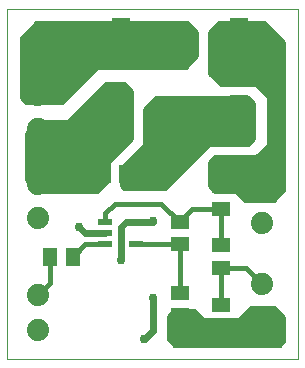
<source format=gtl>
G75*
%MOIN*%
%OFA0B0*%
%FSLAX24Y24*%
%IPPOS*%
%LPD*%
%AMOC8*
5,1,8,0,0,1.08239X$1,22.5*
%
%ADD10C,0.0000*%
%ADD11C,0.0740*%
%ADD12R,0.0512X0.0591*%
%ADD13R,0.0591X0.0512*%
%ADD14R,0.0472X0.0217*%
%ADD15R,0.0630X0.1575*%
%ADD16C,0.0500*%
%ADD17C,0.0100*%
%ADD18C,0.0400*%
%ADD19C,0.0298*%
%ADD20C,0.0240*%
%ADD21C,0.0160*%
D10*
X000100Y000100D02*
X000100Y011785D01*
X009785Y011785D01*
X009785Y000100D01*
X000100Y000100D01*
D11*
X001124Y001085D03*
X001124Y002225D03*
X001124Y004810D03*
X001124Y005950D03*
X001124Y007778D03*
X001124Y008918D03*
X008604Y005768D03*
X008604Y004628D03*
X008604Y002603D03*
X008604Y001463D03*
D12*
X004057Y006273D03*
X003309Y006273D03*
X002285Y003517D03*
X001537Y003517D03*
D13*
X005848Y003931D03*
X005848Y004679D03*
X007226Y005112D03*
X007226Y005860D03*
X007226Y003891D03*
X007226Y003143D03*
X007226Y001923D03*
X007226Y001175D03*
X005848Y001569D03*
X005848Y002317D03*
D14*
X004391Y003931D03*
X004391Y004679D03*
X003368Y004679D03*
X003368Y004305D03*
X003368Y003931D03*
D15*
X003880Y008143D03*
X003880Y010702D03*
X007817Y010702D03*
X007817Y008143D03*
D16*
X005848Y007750D03*
X005848Y010801D03*
D17*
X006206Y011231D02*
X000963Y011231D01*
X001061Y011329D02*
X006107Y011329D01*
X006101Y011335D02*
X006439Y010998D01*
X006439Y010210D01*
X006045Y009817D01*
X003092Y009817D01*
X001911Y008635D01*
X000730Y008635D01*
X000550Y008815D01*
X000550Y010818D01*
X001067Y011335D01*
X006101Y011335D01*
X006304Y011132D02*
X000864Y011132D01*
X000766Y011034D02*
X006403Y011034D01*
X006439Y010935D02*
X000667Y010935D01*
X000569Y010837D02*
X006439Y010837D01*
X006439Y010738D02*
X000550Y010738D01*
X000550Y010640D02*
X006439Y010640D01*
X006439Y010541D02*
X000550Y010541D01*
X000550Y010443D02*
X006439Y010443D01*
X006439Y010344D02*
X000550Y010344D01*
X000550Y010246D02*
X006439Y010246D01*
X006375Y010147D02*
X000550Y010147D01*
X000550Y010049D02*
X006277Y010049D01*
X006178Y009950D02*
X000550Y009950D01*
X000550Y009852D02*
X006080Y009852D01*
X006832Y009852D02*
X009335Y009852D01*
X009335Y009950D02*
X006832Y009950D01*
X006832Y010049D02*
X009335Y010049D01*
X009335Y010147D02*
X006832Y010147D01*
X006832Y010246D02*
X009335Y010246D01*
X009335Y010344D02*
X006832Y010344D01*
X006832Y010443D02*
X009335Y010443D01*
X009335Y010541D02*
X006832Y010541D01*
X006832Y010640D02*
X009335Y010640D01*
X009335Y010660D02*
X008660Y011335D01*
X007170Y011335D01*
X006832Y010998D01*
X006832Y009620D01*
X007226Y009226D01*
X008407Y009226D01*
X008801Y008832D01*
X008801Y007257D01*
X008407Y006864D01*
X007029Y006864D01*
X006832Y006667D01*
X006832Y005880D01*
X007029Y005683D01*
X007718Y005683D01*
X008013Y005387D01*
X008998Y005387D01*
X009335Y005725D01*
X009335Y010660D01*
X009257Y010738D02*
X006832Y010738D01*
X006832Y010837D02*
X009159Y010837D01*
X009060Y010935D02*
X006832Y010935D01*
X006868Y011034D02*
X008962Y011034D01*
X008863Y011132D02*
X006967Y011132D01*
X007065Y011231D02*
X008765Y011231D01*
X008666Y011329D02*
X007164Y011329D01*
X006832Y009753D02*
X009335Y009753D01*
X009335Y009655D02*
X006832Y009655D01*
X006896Y009556D02*
X009335Y009556D01*
X009335Y009458D02*
X006994Y009458D01*
X007093Y009359D02*
X009335Y009359D01*
X009335Y009261D02*
X007191Y009261D01*
X008112Y008832D02*
X008309Y008635D01*
X008309Y007454D01*
X008112Y007257D01*
X006832Y007257D01*
X005356Y005781D01*
X003978Y005781D01*
X003880Y005880D01*
X003880Y006470D01*
X004667Y007257D01*
X004667Y008439D01*
X005061Y008832D01*
X008112Y008832D01*
X008176Y008768D02*
X004996Y008768D01*
X004898Y008670D02*
X008275Y008670D01*
X008309Y008571D02*
X004799Y008571D01*
X004701Y008473D02*
X008309Y008473D01*
X008309Y008374D02*
X004667Y008374D01*
X004667Y008276D02*
X008309Y008276D01*
X008309Y008177D02*
X004667Y008177D01*
X004667Y008079D02*
X008309Y008079D01*
X008309Y007980D02*
X004667Y007980D01*
X004667Y007882D02*
X008309Y007882D01*
X008309Y007783D02*
X004667Y007783D01*
X004667Y007685D02*
X008309Y007685D01*
X008309Y007586D02*
X004667Y007586D01*
X004667Y007488D02*
X008309Y007488D01*
X008243Y007389D02*
X004667Y007389D01*
X004667Y007291D02*
X008145Y007291D01*
X008440Y006897D02*
X009335Y006897D01*
X009335Y006995D02*
X008538Y006995D01*
X008637Y007094D02*
X009335Y007094D01*
X009335Y007192D02*
X008735Y007192D01*
X008801Y007291D02*
X009335Y007291D01*
X009335Y007389D02*
X008801Y007389D01*
X008801Y007488D02*
X009335Y007488D01*
X009335Y007586D02*
X008801Y007586D01*
X008801Y007685D02*
X009335Y007685D01*
X009335Y007783D02*
X008801Y007783D01*
X008801Y007882D02*
X009335Y007882D01*
X009335Y007980D02*
X008801Y007980D01*
X008801Y008079D02*
X009335Y008079D01*
X009335Y008177D02*
X008801Y008177D01*
X008801Y008276D02*
X009335Y008276D01*
X009335Y008374D02*
X008801Y008374D01*
X008801Y008473D02*
X009335Y008473D01*
X009335Y008571D02*
X008801Y008571D01*
X008801Y008670D02*
X009335Y008670D01*
X009335Y008768D02*
X008801Y008768D01*
X008767Y008867D02*
X009335Y008867D01*
X009335Y008965D02*
X008668Y008965D01*
X008570Y009064D02*
X009335Y009064D01*
X009335Y009162D02*
X008471Y009162D01*
X006767Y007192D02*
X004601Y007192D01*
X004503Y007094D02*
X006668Y007094D01*
X006570Y006995D02*
X004404Y006995D01*
X004306Y006897D02*
X006471Y006897D01*
X006373Y006798D02*
X004207Y006798D01*
X004109Y006700D02*
X006274Y006700D01*
X006176Y006601D02*
X004010Y006601D01*
X003912Y006503D02*
X006077Y006503D01*
X005979Y006404D02*
X003880Y006404D01*
X003880Y006306D02*
X005880Y006306D01*
X005782Y006207D02*
X003880Y006207D01*
X003880Y006109D02*
X005683Y006109D01*
X005585Y006010D02*
X003880Y006010D01*
X003880Y005912D02*
X005486Y005912D01*
X005388Y005813D02*
X003946Y005813D01*
X003486Y006076D02*
X003092Y005683D01*
X001124Y005683D01*
X000730Y006076D01*
X000730Y007651D01*
X001124Y008045D01*
X002108Y008045D01*
X003387Y009324D01*
X003978Y009324D01*
X004273Y009029D01*
X004273Y007454D01*
X003486Y006667D01*
X003486Y006076D01*
X003486Y006109D02*
X000730Y006109D01*
X000730Y006207D02*
X003486Y006207D01*
X003486Y006306D02*
X000730Y006306D01*
X000730Y006404D02*
X003486Y006404D01*
X003486Y006503D02*
X000730Y006503D01*
X000730Y006601D02*
X003486Y006601D01*
X003518Y006700D02*
X000730Y006700D01*
X000730Y006798D02*
X003617Y006798D01*
X003715Y006897D02*
X000730Y006897D01*
X000730Y006995D02*
X003814Y006995D01*
X003912Y007094D02*
X000730Y007094D01*
X000730Y007192D02*
X004011Y007192D01*
X004109Y007291D02*
X000730Y007291D01*
X000730Y007389D02*
X004208Y007389D01*
X004273Y007488D02*
X000730Y007488D01*
X000730Y007586D02*
X004273Y007586D01*
X004273Y007685D02*
X000763Y007685D01*
X000862Y007783D02*
X004273Y007783D01*
X004273Y007882D02*
X000960Y007882D01*
X001059Y007980D02*
X004273Y007980D01*
X004273Y008079D02*
X002142Y008079D01*
X002240Y008177D02*
X004273Y008177D01*
X004273Y008276D02*
X002339Y008276D01*
X002437Y008374D02*
X004273Y008374D01*
X004273Y008473D02*
X002536Y008473D01*
X002634Y008571D02*
X004273Y008571D01*
X004273Y008670D02*
X002733Y008670D01*
X002831Y008768D02*
X004273Y008768D01*
X004273Y008867D02*
X002930Y008867D01*
X003028Y008965D02*
X004273Y008965D01*
X004239Y009064D02*
X003127Y009064D01*
X003225Y009162D02*
X004140Y009162D01*
X004042Y009261D02*
X003324Y009261D01*
X002930Y009655D02*
X000550Y009655D01*
X000550Y009753D02*
X003029Y009753D01*
X002832Y009556D02*
X000550Y009556D01*
X000550Y009458D02*
X002733Y009458D01*
X002635Y009359D02*
X000550Y009359D01*
X000550Y009261D02*
X002536Y009261D01*
X002438Y009162D02*
X000550Y009162D01*
X000550Y009064D02*
X002339Y009064D01*
X002241Y008965D02*
X000550Y008965D01*
X000550Y008867D02*
X002142Y008867D01*
X002044Y008768D02*
X000597Y008768D01*
X000696Y008670D02*
X001945Y008670D01*
X000796Y006010D02*
X003419Y006010D01*
X003321Y005912D02*
X000895Y005912D01*
X000993Y005813D02*
X003222Y005813D01*
X003124Y005715D02*
X001092Y005715D01*
X005454Y001549D02*
X005454Y000761D01*
X005666Y000550D01*
X009180Y000550D01*
X009335Y000705D01*
X009335Y001507D01*
X008998Y001844D01*
X008210Y001844D01*
X007817Y001450D01*
X006635Y001450D01*
X006340Y001746D01*
X005651Y001746D01*
X005454Y001549D01*
X005483Y001578D02*
X006508Y001578D01*
X006410Y001676D02*
X005582Y001676D01*
X005454Y001479D02*
X006607Y001479D01*
X005623Y000593D02*
X009222Y000593D01*
X009321Y000691D02*
X005525Y000691D01*
X005454Y000790D02*
X009335Y000790D01*
X009335Y000888D02*
X005454Y000888D01*
X005454Y000987D02*
X009335Y000987D01*
X009335Y001085D02*
X005454Y001085D01*
X005454Y001184D02*
X009335Y001184D01*
X009335Y001282D02*
X005454Y001282D01*
X005454Y001381D02*
X009335Y001381D01*
X009335Y001479D02*
X007845Y001479D01*
X007944Y001578D02*
X009264Y001578D01*
X009166Y001676D02*
X008042Y001676D01*
X008141Y001775D02*
X009067Y001775D01*
X009029Y005419D02*
X007982Y005419D01*
X007883Y005518D02*
X009128Y005518D01*
X009226Y005616D02*
X007785Y005616D01*
X006997Y005715D02*
X009325Y005715D01*
X009335Y005813D02*
X006899Y005813D01*
X006832Y005912D02*
X009335Y005912D01*
X009335Y006010D02*
X006832Y006010D01*
X006832Y006109D02*
X009335Y006109D01*
X009335Y006207D02*
X006832Y006207D01*
X006832Y006306D02*
X009335Y006306D01*
X009335Y006404D02*
X006832Y006404D01*
X006832Y006503D02*
X009335Y006503D01*
X009335Y006601D02*
X006832Y006601D01*
X006865Y006700D02*
X009335Y006700D01*
X009335Y006798D02*
X006963Y006798D01*
D18*
X008801Y009817D03*
D19*
X004765Y006076D03*
X004962Y004698D03*
X003880Y003419D03*
X004962Y002139D03*
X004667Y000761D03*
X002502Y004502D03*
D20*
X002698Y004305D01*
X003368Y004305D01*
X003880Y004502D02*
X004057Y004679D01*
X004391Y004679D01*
X004962Y004679D01*
X004962Y004698D01*
X003880Y004502D02*
X003880Y003419D01*
X004962Y002139D02*
X004962Y001057D01*
X004667Y000761D01*
D21*
X005848Y002317D02*
X005848Y003931D01*
X004391Y003931D01*
X003368Y003931D02*
X002698Y003931D01*
X002285Y003517D01*
X001537Y003517D02*
X001537Y002639D01*
X001124Y002225D01*
X003368Y004679D02*
X003368Y004974D01*
X003683Y005289D01*
X005238Y005289D01*
X005848Y004679D01*
X005848Y004698D01*
X006242Y005092D01*
X007206Y005092D01*
X007226Y005112D01*
X007226Y003891D01*
X007226Y003143D02*
X008064Y003143D01*
X008604Y002603D01*
X007226Y003143D02*
X007226Y001923D01*
M02*

</source>
